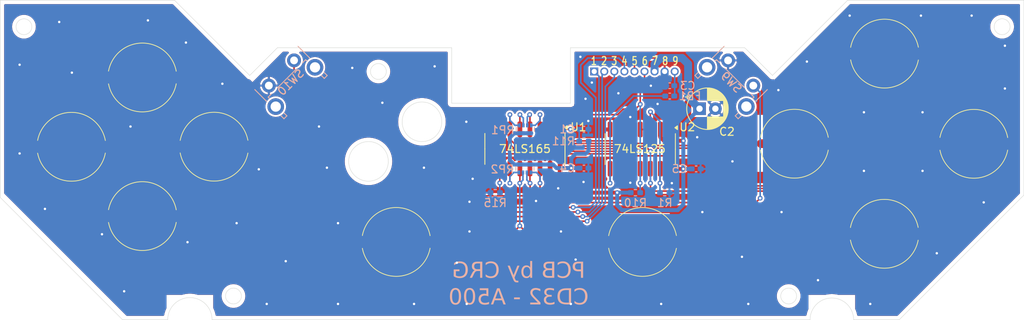
<source format=kicad_pcb>
(kicad_pcb (version 20240108) (generator "pcbnew") (generator_version "8.0")
  (layers (0 "F.Cu" signal) (31 "B.Cu" signal) (34 "B.Paste" user) (35 "F.Paste" user) (36 "B.SilkS" user "B.Silkscreen") (37 "F.SilkS" user "F.Silkscreen") (38 "B.Mask" user) (39 "F.Mask" user) (44 "Edge.Cuts" user))
  (net 0 "")
  (net 1 "GND")
  (net 2 "Net-(U1-~{PL})")
  (net 3 "+5V")
  (net 4 "Net-(J1-Pin_9)")
  (net 5 "Net-(J1-Pin_1)")
  (net 6 "Net-(J1-Pin_5)")
  (net 7 "Net-(J1-Pin_2)")
  (net 8 "Net-(J1-Pin_6)")
  (net 9 "Net-(J1-Pin_3)")
  (net 10 "Net-(J1-Pin_4)")
  (net 11 "Net-(R1-Pad2)")
  (net 12 "Net-(U1-D1)")
  (net 13 "Net-(U1-D2)")
  (net 14 "Net-(U1-D4)")
  (net 15 "Net-(U1-D5)")
  (net 16 "Net-(U1-D6)")
  (net 17 "Net-(U1-D7)")
  (net 18 "Net-(U1-D0)")
  (net 19 "Net-(U1-DS)")
  (net 20 "Net-(U1-Q7)")
  (net 22 "Net-(FB1-Pad2)")
  (net 23 "Net-(U1-D3)")
  (footprint "Package_SO:SOIC-14_3.9x8.7mm_P1.27mm" (layer "F.Cu") (at 162.56 97.45 -90)
    (property "Reference" "U2")
    (property "Value" "74LS125")
  )
  (footprint "CRGs Footprints:Button contact 8mm" (layer "F.Cu") (at 182.025 96.775 90)
    (property "Reference" "SW8" (hide yes))
    (property "Value" "C BUTTON" (hide yes))
  )
  (footprint "Package_SO:SOIC-16_3.9x9.9mm_P1.27mm" (layer "F.Cu") (at 148 97.425 -90)
    (property "Reference" "U1")
    (property "Value" "74LS165")
  )
  (footprint "Connector_PinHeader_1.27mm:PinHeader_1x09_P1.27mm_Vertical" (layer "F.Cu") (at 156.75 87.65 90)
    (property "Reference" "J1" (hide yes))
    (property "Value" "Conn_01x09_Pin" (hide yes))
  )
  (footprint "CRGs Footprints:Button contact 8mm" (layer "F.Cu") (at 162.85 109.176942 90)
    (property "Reference" "SW12" (hide yes))
    (property "Value" "MIDDLE BUTTON" (hide yes))
  )
  (footprint "CRGs Footprints:Button contact 8mm" (layer "F.Cu") (at 99.7 88.4 -90)
    (property "Reference" "SW1" (hide yes))
    (property "Value" "UP" (hide yes))
  )
  (footprint "CRGs Footprints:Button contact 8mm" (layer "F.Cu") (at 99.7 105.9 -90)
    (property "Reference" "SW2" (hide yes))
    (property "Value" "DOWN" (hide yes))
  )
  (footprint "CRGs Footprints:Button contact 8mm" (layer "F.Cu") (at 193.4 85.4 90)
    (property "Reference" "SW7" (hide yes))
    (property "Value" "D BUTTON" (hide yes))
  )
  (footprint "CRGs Footprints:Button contact 8mm" (layer "F.Cu") (at 90.75 97.15 -90)
    (property "Reference" "SW3" (hide yes))
    (property "Value" "LEFT" (hide yes))
  )
  (footprint "CRGs Footprints:Button contact 8mm" (layer "F.Cu") (at 108.75 97.15 90)
    (property "Reference" "SW4" (hide yes))
    (property "Value" "RIGHT" (hide yes))
  )
  (footprint "CRGs Footprints:Button contact 8mm" (layer "F.Cu") (at 131.75 109.163883 -90)
    (property "Reference" "SW11" (hide yes))
    (property "Value" "MIDDLE BUTTON" (hide yes))
  )
  (footprint "CRGs Footprints:Button contact 8mm" (layer "F.Cu") (at 193.375 108.15 90)
    (property "Reference" "SW6" (hide yes))
    (property "Value" "FIRE BUTTON" (hide yes))
  )
  (footprint "Capacitor_THT:CP_Radial_D5.0mm_P2.00mm" (layer "F.Cu") (at 170.044888 92.35)
    (property "Reference" "C2")
    (property "Value" "47uf" (hide yes))
  )
  (footprint "CRGs Footprints:Button contact 8mm" (layer "F.Cu") (at 204.675 96.775 -90)
    (property "Reference" "SW5" (hide yes))
    (property "Value" "RIGHT BUTTON" (hide yes))
  )
  (footprint "Button_Switch_THT:SW_Tactile_SPST_Angled_PTS645Vx39-2LFS" (layer "B.Cu") (at 176.831981 89.431981 135)
    (property "Reference" "SW9")
    (property "Value" "PTS645Vx39-2LFS" (hide yes))
  )
  (footprint "Button_Switch_THT:SW_Tactile_SPST_Angled_PTS645Vx39-2LFS" (layer "B.Cu") (at 118.85 86.25 -135)
    (property "Reference" "SW10")
    (property "Value" "PTS645Vx39-2LFS")
  )
  (footprint "Capacitor_SMD:C_0402_1005Metric_Pad0.74x0.62mm_HandSolder" (layer "B.Cu") (at 155.45 94.95 180)
    (property "Reference" "C1")
    (property "Value" "100pf" (hide yes))
  )
  (footprint "Resistor_SMD:R_0402_1005Metric_Pad0.72x0.64mm_HandSolder" (layer "B.Cu") (at 144.2525 102.95)
    (property "Reference" "R15")
    (property "Value" "100" (hide yes))
  )
  (footprint "Resistor_SMD:R_0402_1005Metric_Pad0.72x0.64mm_HandSolder" (layer "B.Cu") (at 165.65 102.95 180)
    (property "Reference" "R1")
    (property "Value" "220" (hide yes))
  )
  (footprint "Capacitor_SMD:C_0402_1005Metric_Pad0.74x0.62mm_HandSolder" (layer "B.Cu") (at 155.45 99.85 180)
    (property "Reference" "C4")
    (property "Value" "0.1uf" (hide yes))
  )
  (footprint "Resistor_SMD:R_0402_1005Metric_Pad0.72x0.64mm_HandSolder" (layer "B.Cu") (at 155.45 96.45 180)
    (property "Reference" "R11")
    (property "Value" "10k" (hide yes))
  )
  (footprint "Capacitor_SMD:C_0402_1005Metric_Pad0.74x0.62mm_HandSolder" (layer "B.Cu") (at 166.2825 90.75 180)
    (property "Reference" "FB1")
    (property "Value" "FerriteBead_Small" (hide yes))
  )
  (footprint "Capacitor_SMD:C_0402_1005Metric_Pad0.74x0.62mm_HandSolder" (layer "B.Cu") (at 169.6175 99.95)
    (property "Reference" "C5")
    (property "Value" "0.1uf" (hide yes))
  )
  (footprint "Resistor_SMD:R_0402_1005Metric_Pad0.72x0.64mm_HandSolder" (layer "B.Cu") (at 161.9525 102.95)
    (property "Reference" "R10")
    (property "Value" "1k" (hide yes))
  )
  (footprint "Resistor_SMD:R_Array_Concave_4x0402" (layer "B.Cu") (at 148.05 94.95 90)
    (property "Reference" "RP1")
    (property "Value" "10k" (hide yes))
  )
  (footprint "Resistor_SMD:R_Array_Concave_4x0402" (layer "B.Cu") (at 148 99.9 -90)
    (property "Reference" "RP2")
    (property "Value" "10k" (hide yes))
  )
  (footprint "Capacitor_SMD:C_0402_1005Metric_Pad0.74x0.62mm_HandSolder" (layer "B.Cu") (at 166.2825 89.45 180)
    (property "Reference" "C3")
    (property "Value" "1000pf" (hide yes))
  )
  (gr_arc (start 102.9 119) (mid 105.7 116.2) (end 108.5 119) (stroke (width 0.05)) (layer "Edge.Cuts"))
  (gr_circle (center 129.5 87.65) (end 130.5 87.65) (stroke (width 0.05)) (fill none) (layer "Edge.Cuts"))
  (gr_line (start 113.25 88.15) (end 103.75 78.65) (stroke (width 0.05)) (layer "Edge.Cuts"))
  (gr_line (start 138.75 84.65) (end 116.75 84.65) (stroke (width 0.05)) (layer "Edge.Cuts"))
  (gr_line (start 153.75 84.65) (end 153.75 91.65) (stroke (width 0.05)) (layer "Edge.Cuts"))
  (gr_line (start 97.2 119) (end 81.749809 103.549809) (stroke (width 0.05)) (layer "Edge.Cuts"))
  (gr_circle (center 135 94) (end 132.5 94) (stroke (width 0.05)) (fill none) (layer "Edge.Cuts"))
  (gr_line (start 97.2 119) (end 102.9 119) (stroke (width 0.05)) (layer "Edge.Cuts"))
  (gr_line (start 138.75 91.65) (end 138.75 84.65) (stroke (width 0.05)) (layer "Edge.Cuts"))
  (gr_line (start 211 103.25) (end 195.250141 118.999859) (stroke (width 0.05)) (layer "Edge.Cuts"))
  (gr_line (start 189.5 119) (end 195.25 119) (stroke (width 0.05)) (layer "Edge.Cuts"))
  (gr_line (start 153.75 84.65) (end 175.75 84.65) (stroke (width 0.05)) (layer "Edge.Cuts"))
  (gr_line (start 81.75 78.65) (end 103.75 78.65) (stroke (width 0.05)) (layer "Edge.Cuts"))
  (gr_line (start 211 78.65) (end 188.75 78.65) (stroke (width 0.05)) (layer "Edge.Cuts"))
  (gr_line (start 81.75 78.65) (end 81.75 103.549809) (stroke (width 0.05)) (layer "Edge.Cuts"))
  (gr_line (start 179.25 88.15) (end 188.75 78.65) (stroke (width 0.05)) (layer "Edge.Cuts"))
  (gr_line (start 116.75 84.65) (end 113.25 88.15) (stroke (width 0.05)) (layer "Edge.Cuts"))
  (gr_line (start 153.75 91.65) (end 138.75 91.65) (stroke (width 0.05)) (layer "Edge.Cuts"))
  (gr_circle (center 111.2 116) (end 112.2 116) (stroke (width 0.05)) (fill none) (layer "Edge.Cuts"))
  (gr_circle (center 208.25 82) (end 209.25 82) (stroke (width 0.05)) (fill none) (layer "Edge.Cuts"))
  (gr_circle (center 181.3 116) (end 180.3 116) (stroke (width 0.05)) (fill none) (layer "Edge.Cuts"))
  (gr_circle (center 84.75 82) (end 85.75 82) (stroke (width 0.05)) (fill none) (layer "Edge.Cuts"))
  (gr_line (start 184 119) (end 108.5 119) (stroke (width 0.05)) (layer "Edge.Cuts"))
  (gr_arc (start 184 119) (mid 186.75 116.25) (end 189.5 119) (stroke (width 0.05)) (layer "Edge.Cuts"))
  (gr_line (start 175.75 84.65) (end 179.25 88.15) (stroke (width 0.05)) (layer "Edge.Cuts"))
  (gr_circle (center 128.25 99) (end 125.75 99) (stroke (width 0.05)) (fill none) (layer "Edge.Cuts"))
  (gr_line (start 211 78.65) (end 211 103.25) (stroke (width 0.05)) (layer "Edge.Cuts"))
  (gr_text "PCB by CRG\nCD32 - A500" (at 147.2 117.4 0) (layer "B.SilkS") (effects (font (size 2 2)) (justify bottom mirror)))
  (gr_text "1 2 3 4 5 6 7 8 9" (at 156.25 86.9 0) (layer "F.SilkS") (effects (font (size 1 0.75)) (justify left bottom)))
  (segment (start 158.75 94.975) (end 157.075 94.975) (width 0.5) (layer "F.Cu") (net 1))
  (segment (start 161.3 101.7) (end 161.3 99.935) (width 0.5) (layer "F.Cu") (net 1))
  (segment (start 161.3 99.935) (end 161.29 99.925) (width 0.2) (layer "F.Cu") (net 1))
  (segment (start 157.075 94.975) (end 156 93.9) (width 0.5) (layer "F.Cu") (net 1))
  (segment (start 161.3 93.4) (end 161.3 94.965) (width 0.5) (layer "F.Cu") (net 1))
  (segment (start 161.3 94.965) (end 161.29 94.975) (width 0.2) (layer "F.Cu") (net 1))
  (segment (start 151.175 101.375) (end 152.2 102.4) (width 0.5) (layer "F.Cu") (net 1))
  (segment (start 151.175 99.9) (end 151.175 101.375) (width 0.5) (layer "F.Cu") (net 1))
  (via (at 105.2 84) (size 0.6) (drill 0.3) (layers "F.Cu" "B.Cu") (net 1))
  (via (at 156 93.9) (size 0.6) (drill 0.3) (layers "F.Cu" "B.Cu") (net 1))
  (via (at 94.6 108.2) (size 0.6) (drill 0.3) (layers "F.Cu" "B.Cu") (net 1))
  (via (at 161.3 101.7) (size 0.6) (drill 0.3) (layers "F.Cu" "B.Cu") (net 1))
  (via (at 165.2 117) (size 0.6) (drill 0.3) (layers "F.Cu" "B.Cu") (net 1))
  (via (at 130 91.6) (size 0.6) (drill 0.3) (layers "F.Cu" "B.Cu") (net 1))
  (via (at 141 107.85) (size 0.6) (drill 0.3) (layers "F.Cu" "B.Cu") (net 1))
  (via (at 208.6 84.4) (size 0.6) (drill 0.3) (layers "F.Cu" "B.Cu") (net 1))
  (via (at 208.6 89.8) (size 0.6) (drill 0.3) (layers "F.Cu" "B.Cu") (net 1))
  (via (at 141 104.1) (size 0.6) (drill 0.3) (layers "F.Cu" "B.Cu") (net 1))
  (via (at 115.4 117) (size 0.6) (drill 0.3) (layers "F.Cu" "B.Cu") (net 1))
  (via (at 100.4 81.2) (size 0.6) (drill 0.3) (layers "F.Cu" "B.Cu") (net 1))
  (via (at 84.2 98) (size 0.6) (drill 0.3) (layers "F.Cu" "B.Cu") (net 1))
  (via (at 185 114) (size 0.6) (drill 0.3) (layers "F.Cu" "B.Cu") (net 1))
  (via (at 166.55 101.75) (size 0.6) (drill 0.3) (layers "F.Cu" "B.Cu") (net 1))
  (via (at 156.45 89.05) (size 0.6) (drill 0.3) (layers "F.Cu" "B.Cu") (net 1))
  (via (at 159.8 90.4) (size 0.6) (drill 0.3) (layers "F.Cu" "B.Cu") (net 1))
  (via (at 154.4 111.4) (size 0.6) (drill 0.3) (layers "F.Cu" "B.Cu") (net 1))
  (via (at 190.8 100.2) (size 0.6) (drill 0.3) (layers "F.Cu" "B.Cu") (net 1))
  (via (at 163.9 89.45) (size 0.6) (drill 0.3) (layers "F.Cu" "B.Cu") (net 1))
  (via (at 89.2 81.4) (size 0.6) (drill 0.3) (layers "F.Cu" "B.Cu") (net 1))
  (via (at 149.4 104) (size 0.6) (drill 0.3) (layers "F.Cu" "B.Cu") (net 1))
  (via (at 114.4 100) (size 0.6) (drill 0.3) (layers "F.Cu" "B.Cu") (net 1))
  (via (at 176.2 117) (size 0.6) (drill 0.3) (layers "F.Cu" "B.Cu") (net 1))
  (via (at 126.2 87.2) (size 0.6) (drill 0.3) (layers "F.Cu" "B.Cu") (net 1))
  (via (at 180 90) (size 0.6) (drill 0.3) (layers "F.Cu" "B.Cu") (net 1))
  (via (at 98.2 94.6) (size 0.6) (drill 0.3) (layers "F.Cu" "B.Cu") (net 1))
  (via (at 190.8 92.8) (size 0.6) (drill 0.3) (layers "F.Cu" "B.Cu") (net 1))
  (via (at 170.4 105.4) (size 0.6) (drill 0.3) (layers "F.Cu" "B.Cu") (net 1))
  (via (at 169.75 95.95) (size 0.6) (drill 0.3) (layers "F.Cu" "B.Cu") (net 1))
  (via (at 155 85.8) (size 0.6) (drill 0.3) (layers "F.Cu" "B.Cu") (net 1))
  (via (at 153.8 117) (size 0.6) (drill 0.3) (layers "F.Cu" "B.Cu") (net 1))
  (via (at 84.2 86.8) (size 0.6) (drill 0.3) (layers "F.Cu" "B.Cu") (net 1))
  (via (at 122 94.6) (size 0.6) (drill 0.3) (layers "F.Cu" "B.Cu") (net 1))
  (via (at 140.65 117) (size 0.6) (drill 0.3) (layers "F.Cu" "B.Cu") (net 1))
  (via (at 180.4 105.4) (size 0.6) (drill 0.3) (layers "F.Cu" "B.Cu") (net 1))
  (via (at 134 117) (size 0.6) (drill 0.3) (layers "F.Cu" "B.Cu") (net 1))
  (via (at 198.2 100.2) (size 0.6) (drill 0.3) (layers "F.Cu" "B.Cu") (net 1))
  (via (at 90.8 87.8) (size 0.6) (drill 0.3) (layers "F.Cu" "B.Cu") (net 1))
  (via (at 136.6 87) (size 0.6) (drill 0.3) (layers "F.Cu" "B.Cu") (net 1))
  (via (at 204.4 80.6) (size 0.6) (drill 0.3) (layers "F.Cu" "B.Cu") (net 1))
  (via (at 124.4 117) (size 0.6) (drill 0.3) (layers "F.Cu" "B.Cu") (net 1))
  (via (at 189 80.6) (size 0.6) (drill 0.3) (layers "F.Cu" "B.Cu") (net 1))
  (via (at 117.8 111.6) (size 0.6) (drill 0.3) (layers "F.Cu" "B.Cu") (net 1))
  (via (at 161.3 93.4) (size 0.6) (drill 0.3) (layers "F.Cu" "B.Cu") (net 1))
  (via (at 139.4 111.8) (size 0.6) (drill 0.3) (layers "F.Cu" "B.Cu") (net 1))
  (via (at 97.4 115.4) (size 0.6) (drill 0.3) (layers "F.Cu" "B.Cu") (net 1))
  (via (at 123 99.8) (size 0.6) (drill 0.3) (layers "F.Cu" "B.Cu") (net 1))
  (via (at 174.2 99) (size 0.6) (drill 0.3) (layers "F.Cu" "B.Cu") (net 1))
  (via (at 152.2 102.4) (size 0.6) (drill 0.3) (layers "F.Cu" "B.Cu") (net 1))
  (via (at 200 110.6) (size 0.6) (drill 0.3) (layers "F.Cu" "B.Cu") (net 1))
  (via (at 205.925 104.175) (size 0.6) (drill 0.3) (layers "F.Cu" "B.Cu") (net 1))
  (via (at 155.4 101.6) (size 0.6) (drill 0.3) (layers "F.Cu" "B.Cu") (net 1))
  (via (at 111.6 106.8) (size 0.6) (drill 0.3) (layers "F.Cu" "B.Cu") (net 1))
  (via (at 198 80.6) (size 0.6) (drill 0.3) (layers "F.Cu" "B.Cu") (net 1))
  (via (at 87.4 105) (size 0.6) (drill 0.3) (layers "F.Cu" "B.Cu") (net 1))
  (via (at 198.2 92.8) (size 0.6) (drill 0.3) (layers "F.Cu" "B.Cu") (net 1))
  (via (at 155.65 91.1) (size 0.6) (drill 0.3) (layers "F.Cu" "B.Cu") (net 1))
  (via (at 152.55 107.85) (size 0.6) (drill 0.3) (layers "F.Cu" "B.Cu") (net 1))
  (via (at 183.6 86.4) (size 0.6) (drill 0.3) (layers "F.Cu" "B.Cu") (net 1))
  (via (at 135.25 99.8) (size 0.6) (drill 0.3) (layers "F.Cu" "B.Cu") (net 1))
  (via (at 140.6 94) (size 0.6) (drill 0.3) (layers "F.Cu" "B.Cu") (net 1))
  (via (at 191.6 117) (size 0.6) (drill 0.3) (layers "F.Cu" "B.Cu") (net 1))
  (via (at 141.4 101.2) (size 0.6) (drill 0.3) (layers "F.Cu" "B.Cu") (net 1))
  (via (at 105.4 109.2) (size 0.6) (drill 0.3) (layers "F.Cu" "B.Cu") (net 1))
  (via (at 124.4 106.8) (size 0.6) (drill 0.3) (layers "F.Cu" "B.Cu") (net 1))
  (via (at 164.75 91.75) (size 0.6) (drill 0.3) (layers "F.Cu" "B.Cu") (net 1))
  (via (at 175.4 111.05) (size 0.6) (drill 0.3) (layers "F.Cu" "B.Cu") (net 1))
  (via (at 109.8 89.2) (size 0.6) (drill 0.3) (layers "F.Cu" "B.Cu") (net 1))
  (segment (start 165.64 87.65) (end 165.64 89.375) (width 1) (layer "B.Cu") (net 1))
  (segment (start 163.9 89.45) (end 160.75 89.45) (width 1) (layer "B.Cu") (net 1))
  (segment (start 156 94.9325) (end 156.0175 94.95) (width 0.2) (layer "B.Cu") (net 1))
  (segment (start 165.715 89.45) (end 163.9 89.45) (width 1) (layer "B.Cu") (net 1))
  (segment (start 165.64 89.375) (end 165.715 89.45) (width 0.2) (layer "B.Cu") (net 1))
  (segment (start 160.75 89.45) (end 159.8 90.4) (width 1) (layer "B.Cu") (net 1))
  (segment (start 156 93.9) (end 156 94.9325) (width 0.2) (layer "B.Cu") (net 1))
  (segment (start 152.445 94.95) (end 152.445 95.945) (width 0.2) (layer "F.Cu") (net 2))
  (segment (start 153.75 94.95) (end 152.445 94.95) (width 0.2) (layer "F.Cu") (net 2))
  (segment (start 152.445 95.945) (end 152.915 96.415) (width 0.2) (layer "F.Cu") (net 2))
  (segment (start 152.915 96.415) (end 159.585 96.415) (width 0.2) (layer "F.Cu") (net 2))
  (segment (start 159.585 96.415) (end 160.02 95.98) (width 0.2) (layer "F.Cu") (net 2))
  (segment (start 160.02 95.98) (end 160.02 94.975) (width 0.2) (layer "F.Cu") (net 2))
  (via (at 153.75 94.95) (size 0.6) (drill 0.3) (layers "F.Cu" "B.Cu") (net 2))
  (segment (start 154.8825 94.95) (end 153.75 94.95) (width 0.2) (layer "B.Cu") (net 2))
  (segment (start 154.8525 96.45) (end 154.8525 94.98) (width 0.2) (layer "B.Cu") (net 2))
  (segment (start 168 99.95) (end 166.35 99.95) (width 0.5) (layer "F.Cu") (net 3))
  (segment (start 152.495 99.85) (end 152.445 99.9) (width 0.5) (layer "F.Cu") (net 3))
  (segment (start 154.55 102.95) (end 159.65 102.95) (width 0.5) (layer "F.Cu") (net 3))
  (segment (start 153.85 102.25) (end 154.55 102.95) (width 0.5) (layer "F.Cu") (net 3))
  (segment (start 165.1 95.949999) (end 165.1 94.975) (width 0.5) (layer "F.Cu") (net 3))
  (segment (start 166.395 99.95) (end 166.37 99.925) (width 0.2) (layer "F.Cu") (net 3))
  (segment (start 168 96.4) (end 165.550001 96.4) (width 0.5) (layer "F.Cu") (net 3))
  (segment (start 153.85 99.85) (end 153.85 102.25) (width 0.5) (layer "F.Cu") (net 3))
  (segment (start 153.85 99.85) (end 152.495 99.85) (width 0.5) (layer "F.Cu") (net 3))
  (segment (start 165.550001 96.4) (end 165.1 95.949999) (width 0.5) (layer "F.Cu") (net 3))
  (via (at 159.65 102.95) (size 0.6) (drill 0.3) (layers "F.Cu" "B.Cu") (net 3))
  (via (at 153.85 99.85) (size 0.6) (drill 0.3) (layers "F.Cu" "B.Cu") (net 3))
  (via (at 168 96.4) (size 0.6) (drill 0.3) (layers "F.Cu" "B.Cu") (net 3))
  (via (at 168 99.95) (size 0.6) (drill 0.3) (layers "F.Cu" "B.Cu") (net 3))
  (segment (start 168 99.95) (end 168 94.9) (width 0.5) (layer "B.Cu") (net 3))
  (segment (start 153.85 99.85) (end 153.85 98.6) (width 0.5) (layer "B.Cu") (net 3))
  (segment (start 159.65 102.95) (end 159.65 104.55) (width 0.5) (layer "B.Cu") (net 3))
  (segment (start 167.3 105.15) (end 168 104.45) (width 0.5) (layer "B.Cu") (net 3))
  (segment (start 146.1 98.85) (end 146.1 96) (width 0.5) (layer "B.Cu") (net 3))
  (segment (start 168.6 86.7) (end 167.85 85.95) (width 1) (layer "B.Cu") (net 3))
  (segment (start 154.8825 99.85) (end 154.85 99.8175) (width 0.5) (layer "B.Cu") (net 3))
  (segment (start 159.65 102.95) (end 161.355 102.95) (width 0.5) (layer "B.Cu") (net 3))
  (segment (start 164.37 86.73) (end 164.37 87.65) (width 1) (layer "B.Cu") (net 3))
  (segment (start 146.1 96) (end 146.65 95.45) (width 0.5) (layer "B.Cu") (net 3))
  (segment (start 153.85 99.85) (end 152 99.85) (width 0.5) (layer "B.Cu") (net 3))
  (segment (start 168 99.95) (end 169.0375 99.95) (width 0.5) (layer "B.Cu") (net 3))
  (segment (start 160.25 105.15) (end 167.3 105.15) (width 0.5) (layer "B.Cu") (net 3))
  (segment (start 154.4 98.05) (end 155.65 98.05) (width 0.5) (layer "B.Cu") (net 3))
  (segment (start 168 104.45) (end 168 99.95) (width 0.5) (layer "B.Cu") (net 3))
  (segment (start 151.55 99.4) (end 147.25 99.4) (width 0.5) (layer "B.Cu") (net 3))
  (segment (start 170.044888 92.35) (end 168 94.394888) (width 0.5) (layer "B.Cu") (net 3))
  (segment (start 147.25 99.4) (end 146.65 99.4) (width 0.5) (layer "B.Cu") (net 3))
  (segment (start 153.85 99.85) (end 154.8825 99.85) (width 0.5) (layer "B.Cu") (net 3))
  (segment (start 168 94.394888) (end 168 94.9) (width 0.5) (layer "B.Cu") (net 3))
  (segment (start 159.65 104.55) (end 160.25 105.15) (width 0.5) (layer "B.Cu") (net 3))
  (segment (start 156.0475 97.6525) (end 156.0475 96.45) (width 0.5) (layer "B.Cu") (net 3))
  (segment (start 146.65 99.4) (end 146.1 98.85) (width 0.5) (layer "B.Cu") (net 3))
  (segment (start 155.65 98.05) (end 156.0475 97.6525) (width 0.5) (layer "B.Cu") (net 3))
  (segment (start 152 99.85) (end 151.55 99.4) (width 0.5) (layer "B.Cu") (net 3))
  (segment (start 146.65 95.45) (end 148.8 95.45) (width 0.5) (layer "B.Cu") (net 3))
  (segment (start 153.85 98.6) (end 154.4 98.05) (width 0.5) (layer "B.Cu") (net 3))
  (segment (start 167.85 85.95) (end 165.15 85.95) (width 1) (layer "B.Cu") (net 3))
  (segment (start 170.044888 92.35) (end 168.6 90.905112) (width 1) (layer "B.Cu") (net 3))
  (segment (start 165.15 85.95) (end 164.37 86.73) (width 1) (layer "B.Cu") (net 3))
  (segment (start 168.6 90.905112) (end 168.6 86.7) (width 1) (layer "B.Cu") (net 3))
  (segment (start 166.91 87.65) (end 166.91 90.69) (width 0.2) (layer "B.Cu") (net 4))
  (segment (start 106.25 89.35) (end 105.313884 88.413884) (width 0.2) (layer "F.Cu") (net 5))
  (segment (start 154.685012 105.39) (end 139.158629 105.39) (width 0.2) (layer "F.Cu") (net 5))
  (segment (start 137.114629 103.346) (end 105.796 103.346) (width 0.2) (layer "F.Cu") (net 5))
  (segment (start 139.158629 105.39) (end 137.114629 103.346) (width 0.2) (layer "F.Cu") (net 5))
  (segment (start 106.25 90.9) (end 106.25 89.35) (width 0.2) (layer "F.Cu") (net 5))
  (segment (start 105.313884 88.413884) (end 103.35 88.413884) (width 0.2) (layer "F.Cu") (net 5))
  (segment (start 102.6 100.15) (end 102.6 94.55) (width 0.2) (layer "F.Cu") (net 5))
  (segment (start 105.796 103.346) (end 102.6 100.15) (width 0.2) (layer "F.Cu") (net 5))
  (segment (start 102.6 94.55) (end 106.25 90.9) (width 0.2) (layer "F.Cu") (net 5))
  (via (at 154.685012 105.39) (size 0.6) (drill 0.3) (layers "F.Cu" "B.Cu") (net 5))
  (segment (start 154.685012 105.39) (end 156.085104 105.39) (width 0.2) (layer "B.Cu") (net 5))
  (segment (start 157.35 88.25) (end 156.75 87.65) (width 0.2) (layer "B.Cu") (net 5))
  (segment (start 157.35 104.125104) (end 157.35 88.25) (width 0.2) (layer "B.Cu") (net 5))
  (segment (start 156.085104 105.39) (end 157.35 104.125104) (width 0.2) (layer "B.Cu") (net 5))
  (segment (start 168.5 90.6) (end 168.5 86.7) (width 0.2) (layer "F.Cu") (net 6))
  (segment (start 166.37 92.77) (end 166.37 94.975) (width 0.2) (layer "F.Cu") (net 6))
  (segment (start 166.35 92.75) (end 168.5 90.6) (width 0.2) (layer "F.Cu") (net 6))
  (segment (start 161.83 86.72) (end 161.83 87.65) (width 0.2) (layer "F.Cu") (net 6))
  (segment (start 166.35 92.75) (end 166.37 92.77) (width 0.2) (layer "F.Cu") (net 6))
  (segment (start 168.5 86.7) (end 167.75 85.95) (width 0.2) (layer "F.Cu") (net 6))
  (segment (start 162.6 85.95) (end 161.83 86.72) (width 0.2) (layer "F.Cu") (net 6))
  (segment (start 167.75 85.95) (end 162.6 85.95) (width 0.2) (layer "F.Cu") (net 6))
  (segment (start 136.875944 103.673) (end 109.130238 103.673) (width 0.2) (layer "F.Cu") (net 7))
  (segment (start 108.105843 105.294157) (end 107.486116 105.913884) (width 0.2) (layer "F.Cu") (net 7))
  (segment (start 139.172944 105.97) (end 136.875944 103.673) (width 0.2) (layer "F.Cu") (net 7))
  (segment (start 155.297451 105.97) (end 139.172944 105.97) (width 0.2) (layer "F.Cu") (net 7))
  (segment (start 108.105843 104.697395) (end 108.105843 105.294157) (width 0.2) (layer "F.Cu") (net 7))
  (segment (start 109.130238 103.673) (end 108.105843 104.697395) (width 0.2) (layer "F.Cu") (net 7))
  (segment (start 107.486116 105.913884) (end 103.3 105.913884) (width 0.2) (layer "F.Cu") (net 7))
  (via (at 155.297451 105.97) (size 0.6) (drill 0.3) (layers "F.Cu" "B.Cu") (net 7))
  (segment (start 155.967552 105.97) (end 157.75 104.187552) (width 0.2) (layer "B.Cu") (net 7))
  (segment (start 157.75 104.187552) (end 157.75 87.92) (width 0.2) (layer "B.Cu") (net 7))
  (segment (start 157.75 87.92) (end 158.02 87.65) (width 0.2) (layer "B.Cu") (net 7))
  (segment (start 155.297451 105.97) (end 155.967552 105.97) (width 0.2) (layer "B.Cu") (net 7))
  (segment (start 151.175 93.325) (end 151.175 94.95) (width 0.2) (layer "F.Cu") (net 8))
  (segment (start 162.56 91.8) (end 162.56 89.14) (width 0.2) (layer "F.Cu") (net 8))
  (segment (start 163.1 88.6) (end 163.1 87.65) (width 0.2) (layer "F.Cu") (net 8))
  (segment (start 162.56 101.74) (end 162.56 99.925) (width 0.2) (layer "F.Cu") (net 8))
  (segment (start 162.55 101.75) (end 162.56 101.74) (width 0.2) (layer "F.Cu") (net 8))
  (segment (start 161.96 92.4) (end 160.4 92.4) (width 0.2) (layer "F.Cu") (net 8))
  (segment (start 159.7 93.1) (end 151.4 93.1) (width 0.2) (layer "F.Cu") (net 8))
  (segment (start 160.4 92.4) (end 159.7 93.1) (width 0.2) (layer "F.Cu") (net 8))
  (segment (start 162.56 89.14) (end 163.1 88.6) (width 0.2) (layer "F.Cu") (net 8))
  (segment (start 162.56 91.8) (end 161.96 92.4) (width 0.2) (layer "F.Cu") (net 8))
  (segment (start 151.4 93.1) (end 151.175 93.325) (width 0.2) (layer "F.Cu") (net 8))
  (via (at 162.55 101.75) (size 0.6) (drill 0.3) (layers "F.Cu" "B.Cu") (net 8))
  (via (at 162.56 91.8) (size 0.6) (drill 0.3) (layers "F.Cu" "B.Cu") (net 8))
  (segment (start 162.55 102.95) (end 162.55 101.75) (width 0.2) (layer "B.Cu") (net 8))
  (segment (start 162.56 101.74) (end 162.55 101.75) (width 0.2) (layer "B.Cu") (net 8))
  (segment (start 162.56 91.8) (end 162.56 101.74) (width 0.2) (layer "B.Cu") (net 8))
  (segment (start 92.25 104.35) (end 96.35 100.25) (width 0.2) (layer "F.Cu") (net 9))
  (segment (start 92.25 108.85) (end 92.25 104.35) (width 0.2) (layer "F.Cu") (net 9))
  (segment (start 108.45 104.85) (end 108.45 110.75) (width 0.2) (layer "F.Cu") (net 9))
  (segment (start 136.637258 104) (end 109.265686 104) (width 0.2) (layer "F.Cu") (net 9))
  (segment (start 106.75 112.45) (end 95.85 112.45) (width 0.2) (layer "F.Cu") (net 9))
  (segment (start 155.85 106.55) (end 139.187258 106.55) (width 0.2) (layer "F.Cu") (net 9))
  (segment (start 96.35 100.25) (end 96.35 97.75) (width 0.2) (layer "F.Cu") (net 9))
  (segment (start 95.763884 97.163884) (end 94.35 97.163884) (width 0.2) (layer "F.Cu") (net 9))
  (segment (start 108.45 110.75) (end 106.75 112.45) (width 0.2) (layer "F.Cu") (net 9))
  (segment (start 108.432843 104.832843) (end 108.45 104.85) (width 0.2) (layer "F.Cu") (net 9))
  (segment (start 96.35 97.75) (end 95.763884 97.163884) (width 0.2) (layer "F.Cu") (net 9))
  (segment (start 109.265686 104) (end 108.432843 104.832843) (width 0.2) (layer "F.Cu") (net 9))
  (segment (start 95.85 112.45) (end 92.25 108.85) (width 0.2) (layer "F.Cu") (net 9))
  (segment (start 139.187258 106.55) (end 136.637258 104) (width 0.2) (layer "F.Cu") (net 9))
  (via (at 155.85 106.55) (size 0.6) (drill 0.3) (layers "F.Cu" "B.Cu") (net 9))
  (segment (start 158.15 89.55) (end 159.29 88.41) (width 0.2) (layer "B.Cu") (net 9))
  (segment (start 159.29 88.41) (end 159.29 87.65) (width 0.2) (layer "B.Cu") (net 9))
  (segment (start 155.85 106.55) (end 158.15 104.25) (width 0.2) (layer "B.Cu") (net 9))
  (segment (start 158.15 104.25) (end 158.15 89.55) (width 0.2) (layer "B.Cu") (net 9))
  (segment (start 102.927 97.873) (end 103.663884 97.136116) (width 0.2) (layer "F.Cu") (net 10))
  (segment (start 105.931448 103.019) (end 102.927 100.014552) (width 0.2) (layer "F.Cu") (net 10))
  (segment (start 154.094216 104.81) (end 139.144315 104.81) (width 0.2) (layer "F.Cu") (net 10))
  (segment (start 139.144315 104.81) (end 137.353315 103.019) (width 0.2) (layer "F.Cu") (net 10))
  (segment (start 103.663884 97.136116) (end 105.15 97.136116) (width 0.2) (layer "F.Cu") (net 10))
  (segment (start 102.927 100.014552) (end 102.927 97.873) (width 0.2) (layer "F.Cu") (net 10))
  (segment (start 137.353315 103.019) (end 105.931448 103.019) (width 0.2) (layer "F.Cu") (net 10))
  (via (at 154.094216 104.81) (size 0.6) (drill 0.3) (layers "F.Cu" "B.Cu") (net 10))
  (segment (start 156.202656 104.81) (end 156.95 104.062656) (width 0.2) (layer "B.Cu") (net 10))
  (segment (start 156.95 90.95) (end 155.05 89.05) (width 0.2) (layer "B.Cu") (net 10))
  (segment (start 156.95 104.062656) (end 156.95 90.95) (width 0.2) (layer "B.Cu") (net 10))
  (segment (start 155.95 85.95) (end 159.85 85.95) (width 0.2) (layer "B.Cu") (net 10))
  (segment (start 155.05 86.85) (end 155.95 85.95) (width 0.2) (layer "B.Cu") (net 10))
  (segment (start 160.56 86.66) (end 160.56 87.65) (width 0.2) (layer "B.Cu") (net 10))
  (segment (start 155.05 89.05) (end 155.05 86.85) (width 0.2) (layer "B.Cu") (net 10))
  (segment (start 154.094216 104.81) (end 156.202656 104.81) (width 0.2) (layer "B.Cu") (net 10))
  (segment (start 159.85 85.95) (end 160.56 86.66) (width 0.2) (layer "B.Cu") (net 10))
  (segment (start 162.56 94.975) (end 163.83 94.975) (width 0.2) (layer "F.Cu") (net 11))
  (segment (start 163.83 92.77) (end 163.85 92.75) (width 0.2) (layer "F.Cu") (net 11))
  (segment (start 165.05 101.75) (end 165.05 99.975) (width 0.2) (layer "F.Cu") (net 11))
  (segment (start 165.05 99.975) (end 165.1 99.925) (width 0.2) (layer "F.Cu") (net 11))
  (segment (start 163.83 94.975) (end 163.83 92.77) (width 0.2) (layer "F.Cu") (net 11))
  (via (at 163.85 92.75) (size 0.6) (drill 0.3) (layers "F.Cu" "B.Cu") (net 11))
  (via (at 165.05 101.75) (size 0.6) (drill 0.3) (layers "F.Cu" "B.Cu") (net 11))
  (segment (start 163.85 92.75) (end 165.05 93.95) (width 0.2) (layer "B.Cu") (net 11))
  (segment (start 165.05 102.9475) (end 165.0525 102.95) (width 0.2) (layer "B.Cu") (net 11))
  (segment (start 165.05 101.75) (end 165.05 102.9475) (width 0.2) (layer "B.Cu") (net 11))
  (segment (start 165.05 93.95) (end 165.05 101.75) (width 0.2) (layer "B.Cu") (net 11))
  (segment (start 147.365 101.735) (end 147.365 99.9) (width 0.2) (layer "F.Cu") (net 12))
  (segment (start 149.377767 109.177767) (end 159.235291 109.177767) (width 0.2) (layer "F.Cu") (net 12))
  (segment (start 147.35 107.15) (end 145.322233 109.177767) (width 0.2) (layer "F.Cu") (net 12))
  (segment (start 147.35 107.15) (end 149.377767 109.177767) (width 0.2) (layer "F.Cu") (net 12))
  (segment (start 147.35 101.75) (end 147.365 101.735) (width 0.2) (layer "F.Cu") (net 12))
  (segment (start 145.322233 109.177767) (end 135.35 109.177767) (width 0.2) (layer "F.Cu") (net 12))
  (via (at 147.35 107.15) (size 0.6) (drill 0.3) (layers "F.Cu" "B.Cu") (net 12))
  (via (at 147.35 101.75) (size 0.6) (drill 0.3) (layers "F.Cu" "B.Cu") (net 12))
  (segment (start 147.35 101.75) (end 147.75 101.35) (width 0.2) (layer "B.Cu") (net 12))
  (segment (start 147.35 101.75) (end 147.35 107.15) (width 0.2) (layer "B.Cu") (net 12))
  (segment (start 147.75 101.35) (end 147.75 100.4) (width 0.2) (layer "B.Cu") (net 12))
  (segment (start 118.85 102) (end 119.542 102.692) (width 0.2) (layer "F.Cu") (net 13))
  (segment (start 148.635 99.9) (end 148.635 101.735) (width 0.2) (layer "F.Cu") (net 13))
  (segment (start 148.65 102.85) (end 148.65 101.75) (width 0.2) (layer "F.Cu") (net 13))
  (segment (start 148.15 103.35) (end 148.65 102.85) (width 0.2) (layer "F.Cu") (net 13))
  (segment (start 119.542 102.692) (end 137.488763 102.692) (width 0.2) (layer "F.Cu") (net 13))
  (segment (start 148.635 101.735) (end 148.65 101.75) (width 0.2) (layer "F.Cu") (net 13))
  (segment (start 137.488763 102.692) (end 138.146763 103.35) (width 0.2) (layer "F.Cu") (net 13))
  (segment (start 138.146763 103.35) (end 148.15 103.35) (width 0.2) (layer "F.Cu") (net 13))
  (segment (start 118.85 86.25) (end 118.85 102) (width 0.2) (layer "F.Cu") (net 13))
  (segment (start 148.65 101.75) (end 148.747552 101.75) (width 0.2) (layer "F.Cu") (net 13))
  (via (at 148.65 101.75) (size 0.6) (drill 0.3) (layers "F.Cu" "B.Cu") (net 13))
  (segment (start 148.65 101.75) (end 148.25 101.35) (width 0.2) (layer "B.Cu") (net 13))
  (segment (start 148.25 101.35) (end 148.25 100.4) (width 0.2) (layer "B.Cu") (net 13))
  (segment (start 149.905 93.105) (end 149.905 94.95) (width 0.2) (layer "F.Cu") (net 14))
  (segment (start 164.154692 96.742) (end 164.412692 97) (width 0.2) (layer "F.Cu") (net 14))
  (segment (start 164.412692 97) (end 170.9 97) (width 0.2) (layer "F.Cu") (net 14))
  (segment (start 150.542 96.742) (end 164.154692 96.742) (width 0.2) (layer "F.Cu") (net 14))
  (segment (start 149.9 93.1) (end 149.905 93.105) (width 0.2) (layer "F.Cu") (net 14))
  (segment (start 171.138884 96.761116) (end 178.425 96.761116) (width 0.2) (layer "F.Cu") (net 14))
  (segment (start 149.905 96.105) (end 150.542 96.742) (width 0.2) (layer "F.Cu") (net 14))
  (segment (start 170.9 97) (end 171.138884 96.761116) (width 0.2) (layer "F.Cu") (net 14))
  (segment (start 149.905 94.95) (end 149.905 96.105) (width 0.2) (layer "F.Cu") (net 14))
  (via (at 149.9 93.1) (size 0.6) (drill 0.3) (layers "F.Cu" "B.Cu") (net 14))
  (segment (start 149.3 94.45) (end 148.8 94.45) (width 0.2) (layer "B.Cu") (net 14))
  (segment (start 149.9 93.85) (end 149.3 94.45) (width 0.2) (layer "B.Cu") (net 14))
  (segment (start 149.9 93.1) (end 149.9 93.85) (width 0.2) (layer "B.Cu") (net 14))
  (segment (start 173.192762 102.096) (end 186.979 102.096) (width 0.2) (layer "F.Cu") (net 15))
  (segment (start 187.725 101.35) (end 187.725 85.875) (width 0.2) (layer "F.Cu") (net 15))
  (segment (start 186.979 102.096) (end 187.725 101.35) (width 0.2) (layer "F.Cu") (net 15))
  (segment (start 164.277244 97.327) (end 170.664401 97.327) (width 0.2) (layer "F.Cu") (net 15))
  (segment (start 188.213884 85.386116) (end 189.8 85.386116) (width 0.2) (layer "F.Cu") (net 15))
  (segment (start 171.647157 100.550395) (end 173.192762 102.096) (width 0.2) (layer "F.Cu") (net 15))
  (segment (start 148.635 94.95) (end 148.635 96.135) (width 0.2) (layer "F.Cu") (net 15))
  (segment (start 148.635 93.135) (end 148.635 94.95) (width 0.2) (layer "F.Cu") (net 15))
  (segment (start 170.664401 97.327) (end 171.647157 98.309756) (width 0.2) (layer "F.Cu") (net 15))
  (segment (start 148.6 93.1) (end 148.635 93.135) (width 0.2) (layer "F.Cu") (net 15))
  (segment (start 171.647157 98.309756) (end 171.647157 100.550395) (width 0.2) (layer "F.Cu") (net 15))
  (segment (start 149.569 97.069) (end 164.019244 97.069) (width 0.2) (layer "F.Cu") (net 15))
  (segment (start 187.725 85.875) (end 188.213884 85.386116) (width 0.2) (layer "F.Cu") (net 15))
  (segment (start 164.019244 97.069) (end 164.277244 97.327) (width 0.2) (layer "F.Cu") (net 15))
  (segment (start 148.635 96.135) (end 149.569 97.069) (width 0.2) (layer "F.Cu") (net 15))
  (via (at 148.6 93.1) (size 0.6) (drill 0.3) (layers "F.Cu" "B.Cu") (net 15))
  (segment (start 148.6 93.1) (end 148.3 93.4) (width 0.2) (layer "B.Cu") (net 15))
  (segment (start 148.3 93.4) (end 148.3 94.45) (width 0.2) (layer "B.Cu") (net 15))
  (segment (start 163.85 97.72) (end 163.526 97.396) (width 0.2) (layer "F.Cu") (net 16))
  (segment (start 164.3 102.75) (end 163.85 102.3) (width 0.2) (layer "F.Cu") (net 16))
  (segment (start 163.85 97.72) (end 163.916 97.654) (width 0.2) (layer "F.Cu") (net 16))
  (segment (start 163.526 97.396) (end 148.596 97.396) (width 0.2) (layer "F.Cu") (net 16))
  (segment (start 163.85 102.3) (end 163.85 101.75) (width 0.2) (layer "F.Cu") (net 16))
  (segment (start 189.15 108.136116) (end 188.486116 108.136116) (width 0.2) (layer "F.Cu") (net 16))
  (segment (start 147.365 93.1) (end 147.365 94.95) (width 0.2) (layer "F.Cu") (net 16))
  (segment (start 187.725 107.375) (end 187.725 103.55) (width 0.2) (layer "F.Cu") (net 16))
  (segment (start 186.925 102.75) (end 164.3 102.75) (width 0.2) (layer "F.Cu") (net 16))
  (segment (start 147.365 96.165) (end 147.365 94.95) (width 0.2) (layer "F.Cu") (net 16))
  (segment (start 187.725 103.55) (end 186.925 102.75) (width 0.2) (layer "F.Cu") (net 16))
  (segment (start 189.136116 108.15) (end 189.15 108.136116) (width 0.2) (layer "F.Cu") (net 16))
  (segment (start 163.85 101.75) (end 163.83 101.73) (width 0.2) (layer "F.Cu") (net 16))
  (segment (start 163.83 101.73) (end 163.83 99.925) (width 0.2) (layer "F.Cu") (net 16))
  (segment (start 148.596 97.396) (end 147.365 96.165) (width 0.2) (layer "F.Cu") (net 16))
  (segment (start 188.486116 108.136116) (end 187.725 107.375) (width 0.2) (layer "F.Cu") (net 16))
  (via (at 147.365 93.1) (size 0.6) (drill 0.3) (layers "F.Cu" "B.Cu") (net 16))
  (via (at 163.85 101.75) (size 0.6) (drill 0.3) (layers "F.Cu" "B.Cu") (net 16))
  (via (at 163.85 97.72) (size 0.6) (drill 0.3) (layers "F.Cu" "B.Cu") (net 16))
  (segment (start 163.85 101.75) (end 163.85 97.72) (width 0.2) (layer "B.Cu") (net 16))
  (segment (start 147.8 93.535) (end 147.8 94.45) (width 0.2) (layer "B.Cu") (net 16))
  (segment (start 147.365 93.1) (end 147.8 93.535) (width 0.2) (layer "B.Cu") (net 16))
  (segment (start 170.817157 98.3) (end 171.320157 98.803) (width 0.2) (layer "F.Cu") (net 17))
  (segment (start 147.623 97.723) (end 160.155843 97.723) (width 0.2) (layer "F.Cu") (net 17))
  (segment (start 209.3 101.7) (end 209.3 97.813884) (width 0.2) (layer "F.Cu") (net 17))
  (segment (start 146.095 93.105) (end 146.095 94.95) (width 0.2) (layer "F.Cu") (net 17))
  (segment (start 209.3 97.813884) (end 208.275 96.788884) (width 0.2) (layer "F.Cu") (net 17))
  (segment (start 146.095 94.95) (end 146.095 96.195) (width 0.2) (layer "F.Cu") (net 17))
  (segment (start 146.1 93.1) (end 146.095 93.105) (width 0.2) (layer "F.Cu") (net 17))
  (segment (start 160.155843 97.723) (end 160.732843 98.3) (width 0.2) (layer "F.Cu") (net 17))
  (segment (start 160.732843 98.3) (end 170.817157 98.3) (width 0.2) (layer "F.Cu") (net 17))
  (segment (start 208.577 102.423) (end 209.3 101.7) (width 0.2) (layer "F.Cu") (net 17))
  (segment (start 146.095 96.195) (end 147.623 97.723) (width 0.2) (layer "F.Cu") (net 17))
  (segment (start 171.320157 98.803) (end 171.320157 100.685843) (width 0.2) (layer "F.Cu") (net 17))
  (segment (start 173.057314 102.423) (end 208.577 102.423) (width 0.2) (layer "F.Cu") (net 17))
  (segment (start 171.320157 100.685843) (end 173.057314 102.423) (width 0.2) (layer "F.Cu") (net 17))
  (via (at 146.1 93.1) (size 0.6) (drill 0.3) (layers "F.Cu" "B.Cu") (net 17))
  (segment (start 146.75 94.45) (end 147.3 94.45) (width 0.2) (layer "B.Cu") (net 17))
  (segment (start 146.1 93.1) (end 146.1 93.8) (width 0.2) (layer "B.Cu") (net 17))
  (segment (start 146.1 93.8) (end 146.75 94.45) (width 0.2) (layer "B.Cu") (net 17))
  (segment (start 146.095 99.9) (end 146.095 101.745) (width 0.2) (layer "F.Cu") (net 18))
  (segment (start 146.095 101.745) (end 146.1 101.75) (width 0.2) (layer "F.Cu") (net 18))
  (via (at 146.1 101.75) (size 0.6) (drill 0.3) (layers "F.Cu" "B.Cu") (net 18))
  (segment (start 146.1 101.75) (end 146.1 100.9) (width 0.2) (layer "B.Cu") (net 18))
  (segment (start 146.1 100.9) (end 146.6 100.4) (width 0.2) (layer "B.Cu") (net 18))
  (segment (start 146.6 100.4) (end 147.25 100.4) (width 0.2) (layer "B.Cu") (net 18))
  (segment (start 144.825 101.725) (end 144.825 99.9) (width 0.2) (layer "F.Cu") (net 19))
  (via (at 144.825 101.725) (size 0.6) (drill 0.3) (layers "F.Cu" "B.Cu") (net 19))
  (segment (start 144.825 101.725) (end 144.825 102.8725) (width 0.2) (layer "B.Cu") (net 19))
  (segment (start 160.02 98.42) (end 159.65 98.05) (width 0.2) (layer "F.Cu") (net 20))
  (segment (start 159.65 98.05) (end 144.25 98.05) (width 0.2) (layer "F.Cu") (net 20))
  (segment (start 144.25 98.05) (end 143.555 98.745) (width 0.2) (layer "F.Cu") (net 20))
  (segment (start 160.02 99.925) (end 160.02 98.42) (width 0.2) (layer "F.Cu") (net 20))
  (segment (start 143.555 98.745) (end 143.555 99.9) (width 0.2) (layer "F.Cu") (net 20))
  (segment (start 158.75 101.75) (end 158.75 99.925) (width 0.2) (layer "F.Cu") (net 22))
  (via (at 158.75 101.75) (size 0.6) (drill 0.3) (layers "F.Cu" "B.Cu") (net 22))
  (segment (start 158.75 101.75) (end 158.75 93.715686) (width 0.2) (layer "B.Cu") (net 22))
  (segment (start 161.715686 90.75) (end 165.715 90.75) (width 0.2) (layer "B.Cu") (net 22))
  (segment (start 158.75 93.715686) (end 161.715686 90.75) (width 0.2) (layer "B.Cu") (net 22))
  (segment (start 151.66 104.2) (end 149.905 102.445) (width 0.2) (layer "F.Cu") (net 23))
  (segment (start 149.905 102.445) (end 149.905 101.75) (width 0.2) (layer "F.Cu") (net 23))
  (segment (start 177.15 104.2) (end 151.66 104.2) (width 0.2) (layer "F.Cu") (net 23))
  (segment (start 149.905 101.75) (end 149.905 99.9) (width 0.2) (layer "F.Cu") (net 23))
  (segment (start 177.7 103.65) (end 177.15 104.2) (width 0.2) (layer "F.Cu") (net 23))
  (via (at 177.7 103.65) (size 0.6) (drill 0.3) (layers "F.Cu" "B.Cu") (net 23))
  (via (at 149.905 101.75) (size 0.6) (drill 0.3) (layers "F.Cu" "B.Cu") (net 23))
  (segment (start 149.905 100.855) (end 149.45 100.4) (width 0.2) (layer "B.Cu") (net 23))
  (segment (start 177.7 90.3) (end 176.831981 89.431981) (width 0.2) (layer "B.Cu") (net 23))
  (segment (start 149.45 100.4) (end 148.75 100.4) (width 0.2) (layer "B.Cu") (net 23))
  (segment (start 177.7 103.65) (end 177.7 90.3) (width 0.2) (layer "B.Cu") (net 23))
  (segment (start 149.905 101.75) (end 149.905 100.855) (width 0.2) (layer "B.Cu") (net 23))
  (zone (net 0) (net_name "") (layer "F.Cu") (connect_pads (clearance 0)) (min_thickness 0.25)
    (keepout (tracks allowed) (vias allowed) (pads allowed) (copperpour not_allowed) (footprints allowed))
    (fill (thermal_gap 0.5) (thermal_bridge_width 0.5))
    (polygon (pts (xy 181.025 96.775) (xy 181 100.325) (xy 184.35 100.325) (xy 184.45 100.325) (xy 184.45 93.125) (xy 184.35 93.125) (xy 177.35 93.125) (xy 177.35 100.325) (xy 181.45 100.325) (xy 181.45 97.225)))
  )
  (zone (net 0) (net_name "") (layer "F.Cu") (connect_pads (clearance 0)) (min_thickness 0.25)
    (keepout (tracks allowed) (vias allowed) (pads allowed) (copperpour not_allowed) (footprints allowed))
    (fill (thermal_gap 0.5) (thermal_bridge_width 0.5))
    (polygon (pts (xy 193.4 85.4) (xy 193.4 88.95) (xy 196.75 88.95) (xy 196.85 88.95) (xy 196.85 81.75) (xy 196.75 81.75) (xy 189.75 81.75) (xy 189.75 88.95) (xy 193.85 88.95) (xy 193.85 85.85)))
  )
  (zone (net 0) (net_name "") (layer "F.Cu") (connect_pads (clearance 0)) (min_thickness 0.25)
    (keepout (tracks allowed) (vias allowed) (pads allowed) (copperpour not_allowed) (footprints allowed))
    (fill (thermal_gap 0.5) (thermal_bridge_width 0.5))
    (polygon (pts (xy 193.4 108.175) (xy 193.4 111.725) (xy 196.75 111.725) (xy 196.85 111.725) (xy 196.85 104.525) (xy 196.75 104.525) (xy 189.75 104.525) (xy 189.75 111.725) (xy 193.85 111.725) (xy 193.85 108.625)))
  )
  (zone (net 0) (net_name "") (layer "F.Cu") (connect_pads (clearance 0)) (min_thickness 0.25)
    (keepout (tracks allowed) (vias allowed) (pads allowed) (copperpour not_allowed) (footprints allowed))
    (fill (thermal_gap 0.5) (thermal_bridge_width 0.5))
    (polygon (pts (xy 99.75 105.95) (xy 99.75 109.5) (xy 103.1 109.5) (xy 103.2 109.5) (xy 103.2 102.3) (xy 103.1 102.3) (xy 96.1 102.3) (xy 96.1 109.5) (xy 100.2 109.5) (xy 100.2 106.4)))
  )
  (zone (net 0) (net_name "") (layer "F.Cu") (connect_pads (clearance 0)) (min_thickness 0.25)
    (keepout (tracks allowed) (vias allowed) (pads allowed) (copperpour not_allowed) (footprints allowed))
    (fill (thermal_gap 0.5) (thermal_bridge_width 0.5))
    (polygon (pts (xy 90.75 97.15) (xy 90.75 100.7) (xy 94.1 100.7) (xy 94.2 100.7) (xy 94.2 93.5) (xy 94.1 93.5) (xy 87.1 93.5) (xy 87.1 100.7) (xy 91.2 100.7) (xy 91.2 97.6)))
  )
  (zone (net 0) (net_name "") (layer "F.Cu") (connect_pads (clearance 0)) (min_thickness 0.25)
    (keepout (tracks allowed) (vias allowed) (pads allowed) (copperpour not_allowed) (footprints allowed))
    (fill (thermal_gap 0.5) (thermal_bridge_width 0.5))
    (polygon (pts (xy 162.84 109.19) (xy 162.84 112.74) (xy 166.19 112.74) (xy 166.29 112.74) (xy 166.29 105.54) (xy 166.19 105.54) (xy 159.19 105.54) (xy 159.19 112.74) (xy 163.29 112.74) (xy 163.29 109.64)))
  )
  (zone (net 0) (net_name "") (layer "F.Cu") (connect_pads (clearance 0)) (min_thickness 0.25)
    (keepout (tracks allowed) (vias allowed) (pads allowed) (copperpour not_allowed) (footprints allowed))
    (fill (thermal_gap 0.5) (thermal_bridge_width 0.5))
    (polygon (pts (xy 205.675 96.775) (xy 205.675 100.325) (xy 209.025 100.325) (xy 209.125 100.325) (xy 209.125 93.125) (xy 209.025 93.125) (xy 202.025 93.125) (xy 202.025 100.325) (xy 206.125 100.325) (xy 206.125 97.225)))
  )
  (zone (net 0) (net_name "") (layer "F.Cu") (connect_pads (clearance 0)) (min_thickness 0.25)
    (keepout (tracks allowed) (vias allowed) (pads allowed) (copperpour not_allowed) (footprints allowed))
    (fill (thermal_gap 0.5) (thermal_bridge_width 0.5))
    (polygon (pts (xy 99.75 88.45) (xy 99.75 92) (xy 103.1 92) (xy 103.2 92) (xy 103.2 84.8) (xy 103.1 84.8) (xy 96.1 84.8) (xy 96.1 92) (xy 100.2 92) (xy 100.2 88.9)))
  )
  (zone (net 0) (net_name "") (layer "F.Cu") (connect_pads (clearance 0)) (min_thickness 0.25)
    (keepout (tracks allowed) (vias allowed) (pads allowed) (copperpour not_allowed) (footprints allowed))
    (fill (thermal_gap 0.5) (thermal_bridge_width 0.5))
    (polygon (pts (xy 108.75 97.15) (xy 108.75 100.7) (xy 112.1 100.7) (xy 112.2 100.7) (xy 112.2 93.5) (xy 112.1 93.5) (xy 105.1 93.5) (xy 105.1 100.7) (xy 109.2 100.7) (xy 109.2 97.6)))
  )
  (zone (net 0) (net_name "") (layer "F.Cu") (connect_pads (clearance 0)) (min_thickness 0.25)
    (keepout (tracks allowed) (vias allowed) (pads allowed) (copperpour not_allowed) (footprints allowed))
    (fill (thermal_gap 0.5) (thermal_bridge_width 0.5))
    (polygon (pts (xy 131.95 109.25) (xy 131.95 112.8) (xy 135.3 112.8) (xy 135.4 112.8) (xy 135.4 105.6) (xy 135.3 105.6) (xy 128.3 105.6) (xy 128.3 112.8) (xy 132.4 112.8) (xy 132.4 109.7)))
  )
  (zone (net 1) (net_name "GND") (layers "F&B.Cu") (connect_pads (clearance 0.25)) (min_thickness 0.25) (fill yes (thermal_gap 0.25) (thermal_bridge_width 0.25))
    (polygon (pts (xy 82.2 79) (xy 82.2 103) (xy 97.8 118.6) (xy 102.75 118.6) (xy 102.75 115.85) (xy 108.65 115.85) (xy 108.65 118.6) (xy 183.8 118.6) (xy 183.8 115.85) (xy 189.7 115.85) (xy 189.7 118.6) (xy 195.2 118.6) (xy 210.6 103.2) (xy 210.6 79) (xy 189.2 79) (xy 179.590962 88.609038) (xy 179.5 88.7) (xy 175.8 85) (xy 170.6 85) (xy 154.4 85) (xy 154.2 85.2) (xy 154.2 92) (xy 138.6 92) (xy 138.6 85) (xy 117.6 85) (xy 113.6 89) (xy 103.6 79)))
  )
)
</source>
